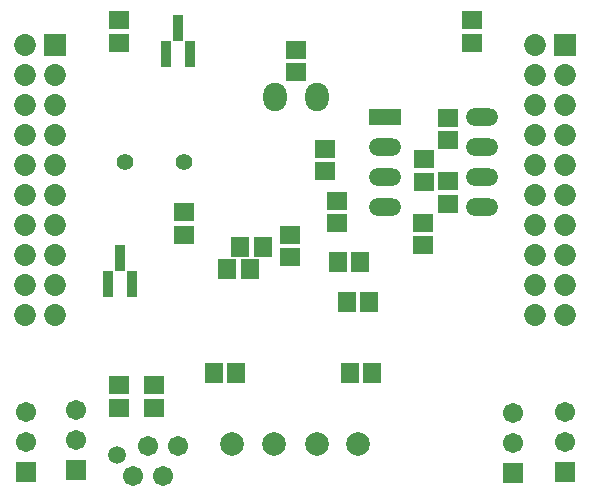
<source format=gbs>
%FSLAX44Y44*%
%MOMM*%
G71*
G01*
G75*
G04 Layer_Color=16711935*
%ADD10R,0.8000X0.3250*%
%ADD11R,0.3250X0.8000*%
%ADD12R,2.8000X2.8000*%
%ADD13O,0.3500X1.7000*%
%ADD14R,1.4000X1.0000*%
%ADD15C,0.3000*%
%ADD16C,0.4000*%
%ADD17C,0.6000*%
%ADD18C,0.2500*%
%ADD19C,0.5000*%
%ADD20C,1.0000*%
%ADD21C,0.2032*%
%ADD22C,1.8000*%
%ADD23O,1.8000X2.2000*%
%ADD24R,2.5400X1.2700*%
%ADD25O,2.5400X1.2700*%
%ADD26C,1.2000*%
%ADD27C,1.5000*%
%ADD28C,1.3000*%
%ADD29R,1.5000X1.5000*%
%ADD30C,1.6500*%
%ADD31R,1.6500X1.6500*%
%ADD32C,0.7000*%
%ADD33C,0.6600*%
%ADD34R,1.5000X1.3000*%
%ADD35R,0.6500X2.1000*%
%ADD36R,1.3000X1.5000*%
%ADD37R,1.6000X1.3000*%
%ADD38R,1.3000X1.6000*%
%ADD39C,0.2540*%
%ADD40R,1.1000X0.6250*%
%ADD41R,0.6250X1.1000*%
%ADD42R,3.0032X3.0032*%
%ADD43O,0.5532X1.9032*%
%ADD44R,1.6032X1.2032*%
%ADD45C,2.0032*%
%ADD46O,2.0032X2.4032*%
%ADD47R,2.7432X1.4732*%
%ADD48O,2.7432X1.4732*%
%ADD49C,1.4032*%
%ADD50C,1.7032*%
%ADD51C,1.5032*%
%ADD52R,1.7032X1.7032*%
%ADD53C,1.8532*%
%ADD54R,1.8532X1.8532*%
%ADD55R,1.7032X1.5032*%
%ADD56R,0.8532X2.3032*%
%ADD57R,1.5032X1.7032*%
%ADD58R,1.8032X1.5032*%
%ADD59R,1.5032X1.8032*%
D45*
X637018Y929636D02*
D03*
X602018D02*
D03*
X708268D02*
D03*
X673268D02*
D03*
D46*
X638268Y1222886D02*
D03*
X673268D02*
D03*
D47*
X731518Y1205886D02*
D03*
D48*
X813718Y1129686D02*
D03*
Y1155086D02*
D03*
Y1180486D02*
D03*
Y1205886D02*
D03*
X731518Y1129686D02*
D03*
Y1155086D02*
D03*
Y1180486D02*
D03*
D49*
X510768Y1168386D02*
D03*
X560768D02*
D03*
D50*
X556368Y927536D02*
D03*
X543668Y902136D02*
D03*
X530968Y927536D02*
D03*
X518268Y902136D02*
D03*
X839518Y930036D02*
D03*
Y955436D02*
D03*
X469518Y932536D02*
D03*
Y957936D02*
D03*
X883268Y931286D02*
D03*
Y956686D02*
D03*
X427018Y931286D02*
D03*
Y956686D02*
D03*
D51*
X504268Y920136D02*
D03*
D52*
X839518Y904636D02*
D03*
X469518Y907136D02*
D03*
X883268Y905886D02*
D03*
X427018D02*
D03*
D53*
X883608Y1038300D02*
D03*
Y1063700D02*
D03*
Y1089100D02*
D03*
Y1165300D02*
D03*
Y1139900D02*
D03*
Y1114500D02*
D03*
Y1241500D02*
D03*
Y1216100D02*
D03*
Y1190700D02*
D03*
X858208Y1266900D02*
D03*
Y1190700D02*
D03*
Y1216100D02*
D03*
Y1241500D02*
D03*
Y1114500D02*
D03*
Y1139900D02*
D03*
Y1165300D02*
D03*
Y1089100D02*
D03*
Y1063700D02*
D03*
Y1038300D02*
D03*
X451808D02*
D03*
Y1063700D02*
D03*
Y1089100D02*
D03*
Y1165300D02*
D03*
Y1139900D02*
D03*
Y1114500D02*
D03*
Y1241500D02*
D03*
Y1216100D02*
D03*
Y1190700D02*
D03*
X426408Y1266900D02*
D03*
Y1190700D02*
D03*
Y1216100D02*
D03*
Y1241500D02*
D03*
Y1114500D02*
D03*
Y1139900D02*
D03*
Y1165300D02*
D03*
Y1089100D02*
D03*
Y1063700D02*
D03*
Y1038300D02*
D03*
D54*
X883608Y1266900D02*
D03*
X451808D02*
D03*
D55*
X535668Y979136D02*
D03*
Y960136D02*
D03*
X505768Y979136D02*
D03*
Y960136D02*
D03*
X784518Y1186386D02*
D03*
Y1205386D02*
D03*
X764518Y1151386D02*
D03*
Y1170386D02*
D03*
X784518Y1132636D02*
D03*
Y1151636D02*
D03*
X763268Y1097636D02*
D03*
Y1116636D02*
D03*
X560768Y1125386D02*
D03*
Y1106386D02*
D03*
X655768Y1243886D02*
D03*
Y1262886D02*
D03*
X804518Y1287886D02*
D03*
Y1268886D02*
D03*
X505768Y1287886D02*
D03*
Y1268886D02*
D03*
D56*
X517018Y1064886D02*
D03*
X497018D02*
D03*
X507018Y1086886D02*
D03*
X565768Y1259886D02*
D03*
X545768D02*
D03*
X555768Y1281886D02*
D03*
D57*
X710268Y1083386D02*
D03*
X691268D02*
D03*
X717768Y1049736D02*
D03*
X698768D02*
D03*
X616518Y1077136D02*
D03*
X597518D02*
D03*
X586268Y989636D02*
D03*
X605268D02*
D03*
X720268D02*
D03*
X701268D02*
D03*
D58*
X680768Y1179136D02*
D03*
Y1160136D02*
D03*
X690768Y1116386D02*
D03*
Y1135386D02*
D03*
X650768Y1087636D02*
D03*
Y1106636D02*
D03*
D59*
X627768Y1095886D02*
D03*
X608768D02*
D03*
M02*

</source>
